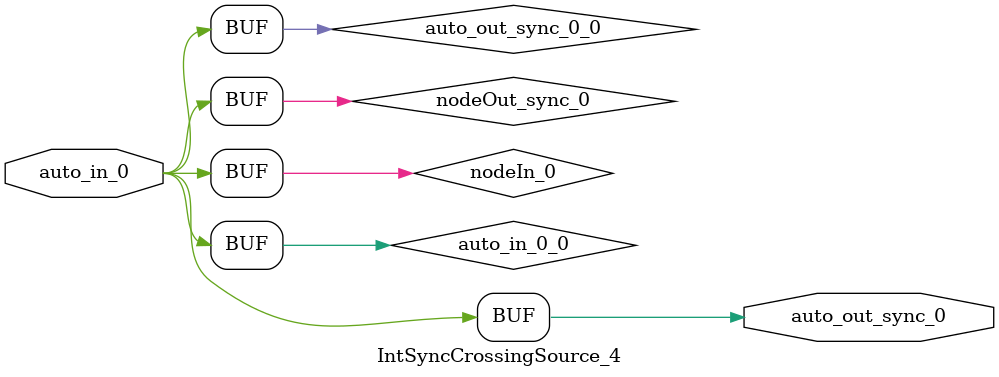
<source format=sv>
`ifndef RANDOMIZE
  `ifdef RANDOMIZE_MEM_INIT
    `define RANDOMIZE
  `endif // RANDOMIZE_MEM_INIT
`endif // not def RANDOMIZE
`ifndef RANDOMIZE
  `ifdef RANDOMIZE_REG_INIT
    `define RANDOMIZE
  `endif // RANDOMIZE_REG_INIT
`endif // not def RANDOMIZE

`ifndef RANDOM
  `define RANDOM $random
`endif // not def RANDOM

// Users can define INIT_RANDOM as general code that gets injected into the
// initializer block for modules with registers.
`ifndef INIT_RANDOM
  `define INIT_RANDOM
`endif // not def INIT_RANDOM

// If using random initialization, you can also define RANDOMIZE_DELAY to
// customize the delay used, otherwise 0.002 is used.
`ifndef RANDOMIZE_DELAY
  `define RANDOMIZE_DELAY 0.002
`endif // not def RANDOMIZE_DELAY

// Define INIT_RANDOM_PROLOG_ for use in our modules below.
`ifndef INIT_RANDOM_PROLOG_
  `ifdef RANDOMIZE
    `ifdef VERILATOR
      `define INIT_RANDOM_PROLOG_ `INIT_RANDOM
    `else  // VERILATOR
      `define INIT_RANDOM_PROLOG_ `INIT_RANDOM #`RANDOMIZE_DELAY begin end
    `endif // VERILATOR
  `else  // RANDOMIZE
    `define INIT_RANDOM_PROLOG_
  `endif // RANDOMIZE
`endif // not def INIT_RANDOM_PROLOG_

// Include register initializers in init blocks unless synthesis is set
`ifndef SYNTHESIS
  `ifndef ENABLE_INITIAL_REG_
    `define ENABLE_INITIAL_REG_
  `endif // not def ENABLE_INITIAL_REG_
`endif // not def SYNTHESIS

// Include rmemory initializers in init blocks unless synthesis is set
`ifndef SYNTHESIS
  `ifndef ENABLE_INITIAL_MEM_
    `define ENABLE_INITIAL_MEM_
  `endif // not def ENABLE_INITIAL_MEM_
`endif // not def SYNTHESIS

// Standard header to adapt well known macros for prints and assertions.

// Users can define 'PRINTF_COND' to add an extra gate to prints.
`ifndef PRINTF_COND_
  `ifdef PRINTF_COND
    `define PRINTF_COND_ (`PRINTF_COND)
  `else  // PRINTF_COND
    `define PRINTF_COND_ 1
  `endif // PRINTF_COND
`endif // not def PRINTF_COND_

// Users can define 'ASSERT_VERBOSE_COND' to add an extra gate to assert error printing.
`ifndef ASSERT_VERBOSE_COND_
  `ifdef ASSERT_VERBOSE_COND
    `define ASSERT_VERBOSE_COND_ (`ASSERT_VERBOSE_COND)
  `else  // ASSERT_VERBOSE_COND
    `define ASSERT_VERBOSE_COND_ 1
  `endif // ASSERT_VERBOSE_COND
`endif // not def ASSERT_VERBOSE_COND_

// Users can define 'STOP_COND' to add an extra gate to stop conditions.
`ifndef STOP_COND_
  `ifdef STOP_COND
    `define STOP_COND_ (`STOP_COND)
  `else  // STOP_COND
    `define STOP_COND_ 1
  `endif // STOP_COND
`endif // not def STOP_COND_

module IntSyncCrossingSource_4(
  input  auto_in_0,	// src/main/scala/diplomacy/LazyModule.scala:374:18
  output auto_out_sync_0	// src/main/scala/diplomacy/LazyModule.scala:374:18
);

  wire auto_in_0_0 = auto_in_0;
  wire nodeIn_0 = auto_in_0_0;	// src/main/scala/diplomacy/Nodes.scala:1214:17
  wire nodeOut_sync_0;	// src/main/scala/diplomacy/Nodes.scala:1205:17
  assign nodeOut_sync_0 = nodeIn_0;	// src/main/scala/diplomacy/Nodes.scala:1205:17, :1214:17
  wire auto_out_sync_0_0 = nodeOut_sync_0;	// src/main/scala/diplomacy/Nodes.scala:1205:17
  assign auto_out_sync_0 = auto_out_sync_0_0;
endmodule


</source>
